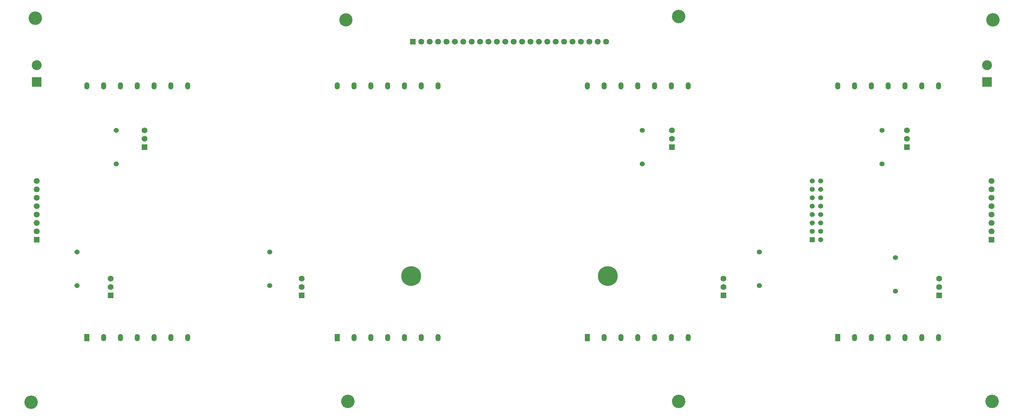
<source format=gbs>
G04 (created by PCBNEW (2013-07-07 BZR 4022)-stable) date 12/25/2014 10:33:01 AM*
%MOIN*%
G04 Gerber Fmt 3.4, Leading zero omitted, Abs format*
%FSLAX34Y34*%
G01*
G70*
G90*
G04 APERTURE LIST*
%ADD10C,0.00590551*%
%ADD11R,0.0708661X0.0708661*%
%ADD12C,0.0708661*%
%ADD13C,0.06*%
%ADD14R,0.06X0.06*%
%ADD15R,0.1181X0.1181*%
%ADD16C,0.1181*%
%ADD17C,0.07*%
%ADD18R,0.07X0.07*%
%ADD19C,0.23622*%
%ADD20C,0.16*%
%ADD21C,0.15748*%
%ADD22R,0.0590551X0.0866142*%
%ADD23O,0.0590551X0.0866142*%
G04 APERTURE END LIST*
G54D10*
G54D11*
X25944Y-50594D03*
G54D12*
X25944Y-49594D03*
X25944Y-48594D03*
X25944Y-47594D03*
X25944Y-46594D03*
X25944Y-45594D03*
X25944Y-44594D03*
X25944Y-43594D03*
G54D11*
X70738Y-26998D03*
G54D12*
X71738Y-26998D03*
X72738Y-26998D03*
X73738Y-26998D03*
X74738Y-26998D03*
X75738Y-26998D03*
X76738Y-26998D03*
X77738Y-26998D03*
X78738Y-26998D03*
X79738Y-26998D03*
X80738Y-26998D03*
X81738Y-26998D03*
X82738Y-26998D03*
X83738Y-26998D03*
X84738Y-26998D03*
X85738Y-26998D03*
X86738Y-26998D03*
X87738Y-26998D03*
X88738Y-26998D03*
X89738Y-26998D03*
X90738Y-26998D03*
X91738Y-26998D03*
X92738Y-26998D03*
X93738Y-26998D03*
G54D13*
X98031Y-37566D03*
X98031Y-41566D03*
X35433Y-37566D03*
X35433Y-41566D03*
X126574Y-37566D03*
X126574Y-41566D03*
X111948Y-56059D03*
X111948Y-52059D03*
X30751Y-56059D03*
X30751Y-52059D03*
X128149Y-56724D03*
X128149Y-52724D03*
X53681Y-56059D03*
X53681Y-52059D03*
G54D11*
X139586Y-50594D03*
G54D12*
X139586Y-49594D03*
X139586Y-48594D03*
X139586Y-47594D03*
X139586Y-46594D03*
X139586Y-45594D03*
X139586Y-44594D03*
X139586Y-43594D03*
G54D14*
X118251Y-50598D03*
G54D13*
X119251Y-50598D03*
X118251Y-49598D03*
X119251Y-49598D03*
X118251Y-48598D03*
X119251Y-48598D03*
X118251Y-47598D03*
X119251Y-47598D03*
X118251Y-46598D03*
X119251Y-46598D03*
X118251Y-45598D03*
X119251Y-45598D03*
X118251Y-44598D03*
X119251Y-44598D03*
X118251Y-43598D03*
X119251Y-43598D03*
G54D15*
X139055Y-31807D03*
G54D16*
X139055Y-29807D03*
G54D15*
X25964Y-31807D03*
G54D16*
X25964Y-29807D03*
G54D17*
X101574Y-37582D03*
X101574Y-38582D03*
G54D18*
X101574Y-39582D03*
G54D17*
X129527Y-37582D03*
X129527Y-38582D03*
G54D18*
X129527Y-39582D03*
G54D17*
X38779Y-37582D03*
X38779Y-38582D03*
G54D18*
X38779Y-39582D03*
G54D17*
X107699Y-55244D03*
X107699Y-56244D03*
G54D18*
X107699Y-57244D03*
G54D17*
X34759Y-55244D03*
X34759Y-56244D03*
G54D18*
X34759Y-57244D03*
G54D17*
X133350Y-55244D03*
X133350Y-56244D03*
G54D18*
X133350Y-57244D03*
G54D17*
X57480Y-55244D03*
X57480Y-56244D03*
G54D18*
X57480Y-57244D03*
G54D19*
X93937Y-54921D03*
X70511Y-54921D03*
G54D20*
X139665Y-69881D03*
X25787Y-24212D03*
X139763Y-24409D03*
G54D21*
X62775Y-24409D03*
G54D20*
X25295Y-69980D03*
X62992Y-69881D03*
G54D22*
X31933Y-62283D03*
G54D23*
X33933Y-62283D03*
X35933Y-62283D03*
X37933Y-62283D03*
X39933Y-62283D03*
X41933Y-62283D03*
X43933Y-62283D03*
X43933Y-32283D03*
X41933Y-32283D03*
X39933Y-32283D03*
X37933Y-32283D03*
X35933Y-32283D03*
X33933Y-32283D03*
X31933Y-32283D03*
G54D22*
X61716Y-62283D03*
G54D23*
X63716Y-62283D03*
X65716Y-62283D03*
X67716Y-62283D03*
X69716Y-62283D03*
X71716Y-62283D03*
X73716Y-62283D03*
X73716Y-32283D03*
X71716Y-32283D03*
X69716Y-32283D03*
X67716Y-32283D03*
X65716Y-32283D03*
X63716Y-32283D03*
X61716Y-32283D03*
G54D22*
X91480Y-62283D03*
G54D23*
X93480Y-62283D03*
X95480Y-62283D03*
X97480Y-62283D03*
X99480Y-62283D03*
X101480Y-62283D03*
X103480Y-62283D03*
X103480Y-32283D03*
X101480Y-32283D03*
X99480Y-32283D03*
X97480Y-32283D03*
X95480Y-32283D03*
X93480Y-32283D03*
X91480Y-32283D03*
G54D22*
X121283Y-62283D03*
G54D23*
X123283Y-62283D03*
X125283Y-62283D03*
X127283Y-62283D03*
X129283Y-62283D03*
X131283Y-62283D03*
X133283Y-62283D03*
X133283Y-32283D03*
X131283Y-32283D03*
X129283Y-32283D03*
X127283Y-32283D03*
X125283Y-32283D03*
X123283Y-32283D03*
X121283Y-32283D03*
G54D20*
X102362Y-69881D03*
X102362Y-24015D03*
M02*

</source>
